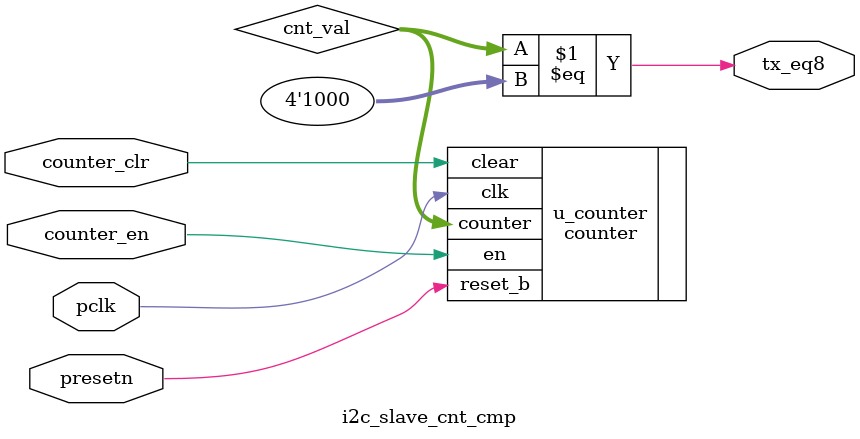
<source format=sv>
module i2c_slave_cnt_cmp(
  input logic pclk,
  input logic presetn,
  input logic counter_en,
  input logic counter_clr,

  output logic tx_eq8
);

  logic[3:0] cnt_val;
 
  counter #(
    .RESET_VALUE(1'b0),
    .COUNTER_WIDTH(4)
  )u_counter(
    .clk(pclk),
    .reset_b(presetn),
    .en(counter_en),
    .clear(counter_clr),
  
    .counter(cnt_val)
  );

  assign tx_eq8 = cnt_val == 4'b1000;
  

endmodule
</source>
